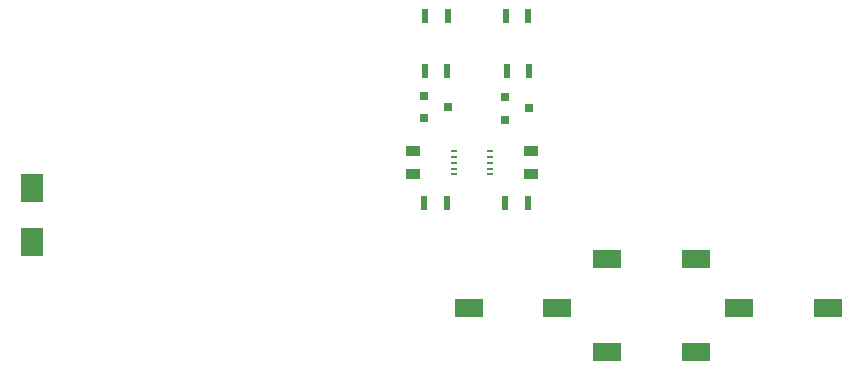
<source format=gtp>
G04 #@! TF.FileFunction,Paste,Top*
%FSLAX46Y46*%
G04 Gerber Fmt 4.6, Leading zero omitted, Abs format (unit mm)*
G04 Created by KiCad (PCBNEW 4.1.0-alpha+201608271546+7097~46~ubuntu14.04.1-product) date Fri Sep 16 22:44:00 2016*
%MOMM*%
%LPD*%
G01*
G04 APERTURE LIST*
%ADD10C,0.100000*%
%ADD11R,0.548400X0.198400*%
%ADD12R,1.148400X0.898400*%
%ADD13R,0.698500X0.698500*%
%ADD14R,0.598400X1.198400*%
%ADD15R,2.398400X1.498400*%
%ADD16R,1.898400X2.398400*%
G04 APERTURE END LIST*
D10*
D11*
X101872500Y-53270000D03*
X101872500Y-53770000D03*
X101872500Y-54270000D03*
X101872500Y-54770000D03*
X101872500Y-55270000D03*
X104972500Y-55270000D03*
X104972500Y-54770000D03*
X104972500Y-54270000D03*
X104972500Y-53770000D03*
X104972500Y-53270000D03*
D12*
X98390000Y-55270000D03*
X98390000Y-53270000D03*
X108440000Y-55270000D03*
X108440000Y-53270000D03*
D13*
X106239240Y-48730000D03*
X106239240Y-50630000D03*
X108238220Y-49680000D03*
X99389240Y-48630000D03*
X99389240Y-50530000D03*
X101388220Y-49580000D03*
D14*
X101340000Y-41860000D03*
X99440000Y-41860000D03*
X108190000Y-41880000D03*
X106290000Y-41880000D03*
X108140000Y-57670000D03*
X106240000Y-57670000D03*
X99390000Y-57670000D03*
X101290000Y-57670000D03*
X106340000Y-46520000D03*
X108240000Y-46520000D03*
X99430000Y-46520000D03*
X101330000Y-46520000D03*
D15*
X103140000Y-66570000D03*
X110640000Y-66570000D03*
X114870000Y-62450000D03*
X122370000Y-62450000D03*
X114870000Y-70330000D03*
X122370000Y-70330000D03*
X126040000Y-66570000D03*
X133540000Y-66570000D03*
D16*
X66140000Y-60950000D03*
X66140000Y-56450000D03*
M02*

</source>
